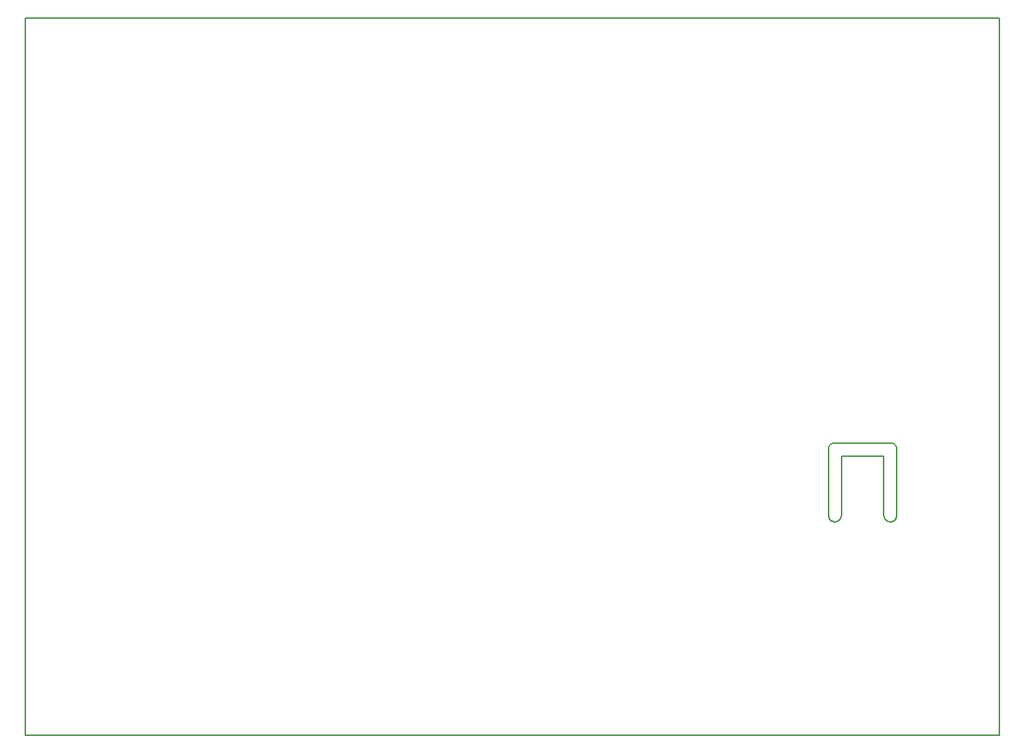
<source format=gbr>
G04 DipTrace 3.3.1.3*
G04 BoardOutline.gbr*
%MOIN*%
G04 #@! TF.FileFunction,Profile*
G04 #@! TF.Part,Single*
%ADD11C,0.005512*%
%FSLAX26Y26*%
G04*
G70*
G90*
G75*
G01*
G04 BoardOutline*
%LPD*%
X4881903Y3700801D2*
D11*
Y393701D1*
X393701D1*
Y3700801D1*
X4881903D1*
X4349895Y1407507D2*
X4353915Y1392507D1*
X4364895Y1381526D1*
X4379895Y1377507D1*
X4394895Y1381525D1*
X4405877Y1392505D1*
X4409896Y1407505D1*
X4409895Y1712598D1*
X4408878Y1720365D1*
X4405883Y1727604D1*
X4401115Y1733819D1*
X4394902Y1738585D1*
X4387663Y1741580D1*
X4379896Y1742597D1*
X4124003Y1742598D1*
X4116235Y1741581D1*
X4108997Y1738587D1*
X4102782Y1733819D1*
X4098014Y1727602D1*
X4095020Y1720365D1*
X4094004Y1712597D1*
X4094003Y1407507D1*
X4098022Y1392507D1*
X4109003Y1381526D1*
X4124003Y1377507D1*
X4139003Y1381525D1*
X4149984Y1392505D1*
X4154004Y1407505D1*
X4154003Y1682598D1*
X4349895D1*
Y1407507D1*
M02*

</source>
